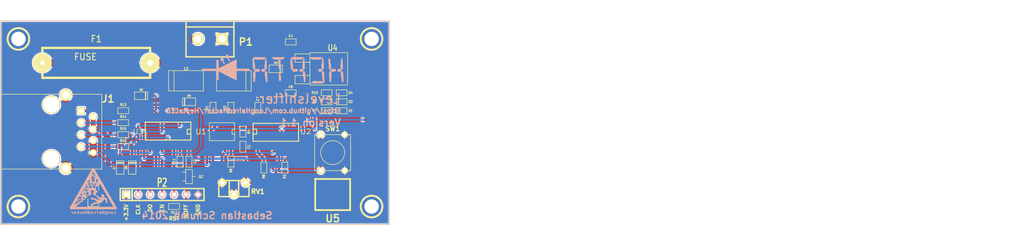
<source format=kicad_pcb>
(kicad_pcb (version 3) (host pcbnew "(2013-may-18)-stable")
  (layers (15 F.Cu signal) (0 B.Cu signal) (18 B.Paste user) (19 F.Paste user) (20 B.SilkS user) (21 F.SilkS user) (22 B.Mask user) (23 F.Mask user) (28 Edge.Cuts user))
  (net 0 "")
  (net 1 +24V)
  (net 2 +3.3V)
  (net 3 +5V)
  (net 4 3.3_Clock)
  (net 5 3.3_Data_Out)
  (net 6 3.3_Enable)
  (net 7 3.3_Reset)
  (net 8 BusOff)
  (net 9 Clock)
  (net 10 Data_Out)
  (net 11 Enable)
  (net 12 GND)
  (net 13 N-0000010)
  (net 14 N-0000015)
  (net 15 N-0000016)
  (net 16 N-0000017)
  (net 17 N-0000018)
  (net 18 N-0000019)
  (net 19 N-000002)
  (net 20 N-0000022)
  (net 21 N-0000028)
  (net 22 N-0000029)
  (net 23 N-0000030)
  (net 24 N-0000031)
  (net 25 N-0000032)
  (net 26 N-0000033)
  (net 27 N-000004)
  (net 28 N-000007)
  (net 29 PowerOn)
  (net 30 Reset)
  (net 31 Sense)
  (net 32 Shutdown)
  (module trimmer_piher_pt6xh (layer F.Cu) (at 65.405 50.165)
    (fp_text reference RV1 (at 5.08 0.635) (layer F.SilkS) (effects (font (thickness 0.25))))
    (fp_text value POT hide)
    (pad 1 thru_hole circle (at 2.49936 -1.24968) (size 1.75006 1.75006) (drill 0.89916) (layers *.Cu *.Mask F.SilkS) (net 3 +5V))
    (pad 2 thru_hole circle (at 0 1.24968) (size 1.75006 1.75006) (drill 0.89916) (layers *.Cu *.Mask F.SilkS) (net 20 N-0000022))
    (pad 3 thru_hole circle (at -2.49936 -1.24968) (size 1.75006 1.75006) (drill 0.89916) (layers *.Cu *.Mask F.SilkS) (net 12 GND))
  )
  (module SW_PUSH_SMALL (layer F.Cu) (at 86.36 42.545 90)
    (fp_text reference SW1 (at 5.08 0 180) (layer F.SilkS) (effects (font (size 1.016 1.016) (thickness 0.2032))))
    (fp_text value SW_PUSH hide)
    (pad 1 thru_hole circle (at 3.81 -2.54 90) (size 1.397 1.397) (drill 0.8128) (layers *.Cu *.Mask F.SilkS) (net 13 N-0000010))
    (pad 2 thru_hole circle (at 3.81 2.54 90) (size 1.397 1.397) (drill 0.8128) (layers *.Cu *.Mask F.SilkS) (net 12 GND))
    (pad 1 thru_hole circle (at -3.81 -2.54 90) (size 1.397 1.397) (drill 0.8128) (layers *.Cu *.Mask F.SilkS) (net 13 N-0000010))
    (pad 2 thru_hole circle (at -3.81 2.54 90) (size 1.397 1.397) (drill 0.8128) (layers *.Cu *.Mask F.SilkS) (net 12 GND))
  )
  (module sot23 (layer F.Cu) (at 55.88 47.625 270)
    (fp_text reference Q2 (at 0 -2.54 360) (layer F.SilkS) (effects (font (size 0.50038 0.50038) (thickness 0.09906))))
    (fp_text value NDS355 hide)
    (pad 1 smd rect (at -0.9525 1.05664 270) (size 0.59944 1.00076) (layers F.Cu F.Paste F.Mask) (net 18 N-0000019))
    (pad 2 smd rect (at 0 -1.05664 270) (size 0.59944 1.00076) (layers F.Cu F.Paste F.Mask) (net 27 N-000004))
    (pad 3 smd rect (at 0.9525 1.05664 270) (size 0.59944 1.00076) (layers F.Cu F.Paste F.Mask) (net 12 GND))
  )
  (module sod123 (layer F.Cu) (at 74.295 24.765)
    (fp_text reference D3 (at 0 -1.27) (layer F.SilkS) (effects (font (size 0.39878 0.39878) (thickness 0.09906))))
    (fp_text value BAT42W hide)
    (pad 2 smd rect (at 1.67386 0) (size 0.8509 0.8509) (layers F.Cu F.Paste F.Mask) (net 1 +24V))
    (pad 1 smd rect (at -1.67386 0) (size 0.8509 0.8509) (layers F.Cu F.Paste F.Mask) (net 3 +5V))
  )
  (module SO8E (layer F.Cu) (at 62.865 38.1 180)
    (fp_text reference U1 (at 4.445 0 180) (layer F.SilkS) (effects (font (size 1.143 1.143) (thickness 0.1524))))
    (fp_text value LM358 hide)
    (pad 8 smd rect (at -1.905 -2.667 180) (size 0.59944 1.39954) (layers F.Cu F.Paste F.Mask) (net 3 +5V))
    (pad 1 smd rect (at -1.905 2.667 180) (size 0.59944 1.39954) (layers F.Cu F.Paste F.Mask) (net 21 N-0000028))
    (pad 7 smd rect (at -0.635 -2.667 180) (size 0.59944 1.39954) (layers F.Cu F.Paste F.Mask) (net 32 Shutdown))
    (pad 6 smd rect (at 0.635 -2.667 180) (size 0.59944 1.39954) (layers F.Cu F.Paste F.Mask) (net 19 N-000002))
    (pad 5 smd rect (at 1.905 -2.667 180) (size 0.59944 1.39954) (layers F.Cu F.Paste F.Mask) (net 20 N-0000022))
    (pad 2 smd rect (at -0.635 2.667 180) (size 0.59944 1.39954) (layers F.Cu F.Paste F.Mask) (net 26 N-0000033))
    (pad 3 smd rect (at 0.635 2.667 180) (size 0.59944 1.39954) (layers F.Cu F.Paste F.Mask) (net 31 Sense))
    (pad 4 smd rect (at 1.905 2.667 180) (size 0.59944 1.39954) (layers F.Cu F.Paste F.Mask) (net 12 GND))
  )
  (module SM1206 (layer F.Cu) (at 35.56 51.435 270)
    (fp_text reference R5 (at 0 1.905 270) (layer F.SilkS) (effects (font (size 0.762 0.762) (thickness 0.127))))
    (fp_text value 0.05 hide)
    (pad 1 smd rect (at -1.651 0 270) (size 1.524 2.032) (layers F.Cu F.Paste F.Mask) (net 31 Sense))
    (pad 2 smd rect (at 1.651 0 270) (size 1.524 2.032) (layers F.Cu F.Paste F.Mask) (net 12 GND))
  )
  (module SM0603 (layer F.Cu) (at 88.265 33.655)
    (fp_text reference D1 (at 1.905 0) (layer F.SilkS) (effects (font (size 0.508 0.4572) (thickness 0.1143))))
    (fp_text value LED hide)
    (pad 1 smd rect (at -0.762 0) (size 0.635 1.143) (layers F.Cu F.Paste F.Mask) (net 28 N-000007))
    (pad 2 smd rect (at 0.762 0) (size 0.635 1.143) (layers F.Cu F.Paste F.Mask) (net 12 GND))
  )
  (module SM0603 (layer F.Cu) (at 71.755 45.72 270)
    (fp_text reference R8 (at 1.905 0 270) (layer F.SilkS) (effects (font (size 0.508 0.4572) (thickness 0.1143))))
    (fp_text value 1k hide)
    (pad 1 smd rect (at -0.762 0 270) (size 0.635 1.143) (layers F.Cu F.Paste F.Mask) (net 13 N-0000010))
    (pad 2 smd rect (at 0.762 0 270) (size 0.635 1.143) (layers F.Cu F.Paste F.Mask) (net 3 +5V))
  )
  (module SM0603 (layer F.Cu) (at 64.77 44.45 270)
    (fp_text reference R6 (at 1.905 0 270) (layer F.SilkS) (effects (font (size 0.508 0.4572) (thickness 0.1143))))
    (fp_text value 1k hide)
    (pad 1 smd rect (at -0.762 0 270) (size 0.635 1.143) (layers F.Cu F.Paste F.Mask) (net 3 +5V))
    (pad 2 smd rect (at 0.762 0 270) (size 0.635 1.143) (layers F.Cu F.Paste F.Mask) (net 32 Shutdown))
  )
  (module SM0603 (layer F.Cu) (at 76.2 45.72 270)
    (fp_text reference R3 (at 1.905 0 270) (layer F.SilkS) (effects (font (size 0.508 0.4572) (thickness 0.1143))))
    (fp_text value 1k hide)
    (pad 1 smd rect (at -0.762 0 270) (size 0.635 1.143) (layers F.Cu F.Paste F.Mask) (net 3 +5V))
    (pad 2 smd rect (at 0.762 0 270) (size 0.635 1.143) (layers F.Cu F.Paste F.Mask) (net 29 PowerOn))
  )
  (module SM0603 (layer F.Cu) (at 85.09 33.655)
    (fp_text reference R7 (at -2.54 0) (layer F.SilkS) (effects (font (size 0.508 0.4572) (thickness 0.1143))))
    (fp_text value 1k hide)
    (pad 1 smd rect (at -0.762 0) (size 0.635 1.143) (layers F.Cu F.Paste F.Mask) (net 8 BusOff))
    (pad 2 smd rect (at 0.762 0) (size 0.635 1.143) (layers F.Cu F.Paste F.Mask) (net 28 N-000007))
  )
  (module SM0603 (layer F.Cu) (at 64.77 33.02 270)
    (fp_text reference R2 (at 0 1.27 270) (layer F.SilkS) (effects (font (size 0.508 0.4572) (thickness 0.1143))))
    (fp_text value 90k hide)
    (pad 1 smd rect (at -0.762 0 270) (size 0.635 1.143) (layers F.Cu F.Paste F.Mask) (net 26 N-0000033))
    (pad 2 smd rect (at 0.762 0 270) (size 0.635 1.143) (layers F.Cu F.Paste F.Mask) (net 21 N-0000028))
  )
  (module SM0603 (layer F.Cu) (at 55.88 44.45 270)
    (fp_text reference C2 (at 0 -1.27 270) (layer F.SilkS) (effects (font (size 0.508 0.4572) (thickness 0.1143))))
    (fp_text value 100nF hide)
    (pad 1 smd rect (at -0.762 0 270) (size 0.635 1.143) (layers F.Cu F.Paste F.Mask) (net 3 +5V))
    (pad 2 smd rect (at 0.762 0 270) (size 0.635 1.143) (layers F.Cu F.Paste F.Mask) (net 12 GND))
  )
  (module SM0603 (layer F.Cu) (at 67.31 38.1 270)
    (fp_text reference R4 (at 0 -1.27 270) (layer F.SilkS) (effects (font (size 0.508 0.4572) (thickness 0.1143))))
    (fp_text value 100k hide)
    (pad 1 smd rect (at -0.762 0 270) (size 0.635 1.143) (layers F.Cu F.Paste F.Mask) (net 21 N-0000028))
    (pad 2 smd rect (at 0.762 0 270) (size 0.635 1.143) (layers F.Cu F.Paste F.Mask) (net 19 N-000002))
  )
  (module SM0603 (layer F.Cu) (at 67.31 41.275 270)
    (fp_text reference C1 (at 0 -1.27 270) (layer F.SilkS) (effects (font (size 0.508 0.4572) (thickness 0.1143))))
    (fp_text value 100nF hide)
    (pad 1 smd rect (at -0.762 0 270) (size 0.635 1.143) (layers F.Cu F.Paste F.Mask) (net 19 N-000002))
    (pad 2 smd rect (at 0.762 0 270) (size 0.635 1.143) (layers F.Cu F.Paste F.Mask) (net 12 GND))
  )
  (module SM0603 (layer F.Cu) (at 70.485 33.02 90)
    (fp_text reference C7 (at 1.905 0 90) (layer F.SilkS) (effects (font (size 0.508 0.4572) (thickness 0.1143))))
    (fp_text value 100nF hide)
    (pad 1 smd rect (at -0.762 0 90) (size 0.635 1.143) (layers F.Cu F.Paste F.Mask) (net 3 +5V))
    (pad 2 smd rect (at 0.762 0 90) (size 0.635 1.143) (layers F.Cu F.Paste F.Mask) (net 12 GND))
  )
  (module SM0603 (layer F.Cu) (at 52.705 53.975)
    (fp_text reference R12 (at 0 1.27) (layer F.SilkS) (effects (font (size 0.508 0.4572) (thickness 0.1143))))
    (fp_text value 1k hide)
    (pad 1 smd rect (at -0.762 0) (size 0.635 1.143) (layers F.Cu F.Paste F.Mask) (net 2 +3.3V))
    (pad 2 smd rect (at 0.762 0) (size 0.635 1.143) (layers F.Cu F.Paste F.Mask) (net 27 N-000004))
  )
  (module SM0603 (layer F.Cu) (at 53.975 44.45 270)
    (fp_text reference R11 (at 0 1.27 270) (layer F.SilkS) (effects (font (size 0.508 0.4572) (thickness 0.1143))))
    (fp_text value 1k hide)
    (pad 1 smd rect (at -0.762 0 270) (size 0.635 1.143) (layers F.Cu F.Paste F.Mask) (net 8 BusOff))
    (pad 2 smd rect (at 0.762 0 270) (size 0.635 1.143) (layers F.Cu F.Paste F.Mask) (net 18 N-0000019))
  )
  (module SM0603 (layer F.Cu) (at 77.47 19.05 180)
    (fp_text reference C4 (at 0 1.27 180) (layer F.SilkS) (effects (font (size 0.508 0.4572) (thickness 0.1143))))
    (fp_text value 100nF hide)
    (pad 1 smd rect (at -0.762 0 180) (size 0.635 1.143) (layers F.Cu F.Paste F.Mask) (net 1 +24V))
    (pad 2 smd rect (at 0.762 0 180) (size 0.635 1.143) (layers F.Cu F.Paste F.Mask) (net 12 GND))
  )
  (module SM0603 (layer F.Cu) (at 60.96 33.02 270)
    (fp_text reference R1 (at 0 1.27 270) (layer F.SilkS) (effects (font (size 0.508 0.4572) (thickness 0.1143))))
    (fp_text value 10k hide)
    (pad 1 smd rect (at -0.762 0 270) (size 0.635 1.143) (layers F.Cu F.Paste F.Mask) (net 26 N-0000033))
    (pad 2 smd rect (at 0.762 0 270) (size 0.635 1.143) (layers F.Cu F.Paste F.Mask) (net 12 GND))
  )
  (module SM0603 (layer F.Cu) (at 88.265 31.75)
    (fp_text reference D2 (at 1.905 0) (layer F.SilkS) (effects (font (size 0.508 0.4572) (thickness 0.1143))))
    (fp_text value LED hide)
    (pad 1 smd rect (at -0.762 0) (size 0.635 1.143) (layers F.Cu F.Paste F.Mask) (net 25 N-0000032))
    (pad 2 smd rect (at 0.762 0) (size 0.635 1.143) (layers F.Cu F.Paste F.Mask) (net 12 GND))
  )
  (module SM0603 (layer F.Cu) (at 85.09 31.75)
    (fp_text reference R9 (at -2.54 0) (layer F.SilkS) (effects (font (size 0.508 0.4572) (thickness 0.1143))))
    (fp_text value 1k hide)
    (pad 1 smd rect (at -0.762 0) (size 0.635 1.143) (layers F.Cu F.Paste F.Mask) (net 1 +24V))
    (pad 2 smd rect (at 0.762 0) (size 0.635 1.143) (layers F.Cu F.Paste F.Mask) (net 25 N-0000032))
  )
  (module SM0603 (layer F.Cu) (at 88.265 29.845)
    (fp_text reference D4 (at 1.905 0) (layer F.SilkS) (effects (font (size 0.508 0.4572) (thickness 0.1143))))
    (fp_text value LED hide)
    (pad 1 smd rect (at -0.762 0) (size 0.635 1.143) (layers F.Cu F.Paste F.Mask) (net 23 N-0000030))
    (pad 2 smd rect (at 0.762 0) (size 0.635 1.143) (layers F.Cu F.Paste F.Mask) (net 12 GND))
  )
  (module SM0603 (layer F.Cu) (at 85.09 29.845)
    (fp_text reference R10 (at -2.54 0) (layer F.SilkS) (effects (font (size 0.508 0.4572) (thickness 0.1143))))
    (fp_text value 1k hide)
    (pad 1 smd rect (at -0.762 0) (size 0.635 1.143) (layers F.Cu F.Paste F.Mask) (net 3 +5V))
    (pad 2 smd rect (at 0.762 0) (size 0.635 1.143) (layers F.Cu F.Paste F.Mask) (net 23 N-0000030))
  )
  (module SM0603 (layer F.Cu) (at 77.47 29.845 180)
    (fp_text reference C6 (at 0 1.27 180) (layer F.SilkS) (effects (font (size 0.508 0.4572) (thickness 0.1143))))
    (fp_text value 100nF hide)
    (pad 1 smd rect (at -0.762 0 180) (size 0.635 1.143) (layers F.Cu F.Paste F.Mask) (net 3 +5V))
    (pad 2 smd rect (at 0.762 0 180) (size 0.635 1.143) (layers F.Cu F.Paste F.Mask) (net 12 GND))
  )
  (module RJ45_MEBP_8-8G (layer F.Cu) (at 26.67 38.1 270)
    (fp_text reference J1 (at -6.985 -12.065 360) (layer F.SilkS) (effects (font (size 1.524 1.524) (thickness 0.3048))))
    (fp_text value RJ45 hide)
    (pad "" thru_hole circle (at 5.715 0 270) (size 3.64998 3.64998) (drill 3.2512) (layers *.Cu *.Mask F.SilkS))
    (pad "" thru_hole circle (at -5.715 0 270) (size 3.64998 3.64998) (drill 3.2512) (layers *.Cu *.Mask F.SilkS))
    (pad 1 thru_hole rect (at -4.445 -6.35 270) (size 1.50114 1.50114) (drill 0.89916) (layers *.Cu *.Mask F.SilkS) (net 9 Clock))
    (pad 2 thru_hole circle (at -3.175 -8.89 270) (size 1.50114 1.50114) (drill 0.89916) (layers *.Cu *.Mask F.SilkS) (net 24 N-0000031))
    (pad 3 thru_hole circle (at -1.905 -6.35 270) (size 1.50114 1.50114) (drill 0.89916) (layers *.Cu *.Mask F.SilkS) (net 11 Enable))
    (pad 4 thru_hole circle (at -0.635 -8.89 270) (size 1.50114 1.50114) (drill 0.89916) (layers *.Cu *.Mask F.SilkS) (net 24 N-0000031))
    (pad 5 thru_hole circle (at 0.635 -6.35 270) (size 1.50114 1.50114) (drill 0.89916) (layers *.Cu *.Mask F.SilkS) (net 10 Data_Out))
    (pad 6 thru_hole circle (at 1.905 -8.89 270) (size 1.50114 1.50114) (drill 0.89916) (layers *.Cu *.Mask F.SilkS) (net 31 Sense))
    (pad 7 thru_hole circle (at 3.175 -6.35 270) (size 1.50114 1.50114) (drill 0.89916) (layers *.Cu *.Mask F.SilkS) (net 30 Reset))
    (pad 8 thru_hole circle (at 4.445 -8.89 270) (size 1.50114 1.50114) (drill 0.89916) (layers *.Cu *.Mask F.SilkS) (net 31 Sense))
    (pad 9 thru_hole circle (at -7.745 -3.05 270) (size 2.5 2.5) (drill 1.6) (layers *.Cu *.Mask F.SilkS) (net 31 Sense))
    (pad 10 thru_hole circle (at 7.747 -3.05 270) (size 2.5 2.5) (drill 1.6) (layers *.Cu *.Mask F.SilkS))
  )
  (module DPAK2 (layer F.Cu) (at 80.01 24.765 270)
    (fp_text reference U4 (at -4.445 -6.35 360) (layer F.SilkS) (effects (font (size 1.27 1.016) (thickness 0.2032))))
    (fp_text value TS2937 hide)
    (pad 1 smd rect (at -2.286 0 270) (size 1.651 3.048) (layers F.Cu F.Paste F.Mask) (net 1 +24V))
    (pad 2 smd rect (at 0 -6.35 270) (size 6.096 6.096) (layers F.Cu F.Paste F.Mask) (net 12 GND))
    (pad 3 smd rect (at 2.286 0 270) (size 1.651 3.048) (layers F.Cu F.Paste F.Mask) (net 3 +5V))
  )
  (module c_tant_D (layer F.Cu) (at 65.405 27.305)
    (fp_text reference C5 (at 0 -2.54) (layer F.SilkS) (effects (font (size 0.50038 0.50038) (thickness 0.11938))))
    (fp_text value 10uF hide)
    (pad 1 smd rect (at 2.99974 0) (size 2.55016 2.70002) (layers F.Cu F.Paste F.Mask) (net 3 +5V))
    (pad 2 smd rect (at -2.99974 0) (size 2.55016 3.79984) (layers F.Cu F.Paste F.Mask) (net 12 GND))
  )
  (module c_tant_D (layer F.Cu) (at 55.245 27.305 180)
    (fp_text reference C3 (at 0 2.54 180) (layer F.SilkS) (effects (font (size 0.50038 0.50038) (thickness 0.11938))))
    (fp_text value 10uF hide)
    (pad 1 smd rect (at 2.99974 0 180) (size 2.55016 2.70002) (layers F.Cu F.Paste F.Mask) (net 1 +24V))
    (pad 2 smd rect (at -2.99974 0 180) (size 2.55016 3.79984) (layers F.Cu F.Paste F.Mask) (net 12 GND))
  )
  (module bornier2 (layer F.Cu) (at 60.325 18.415 180)
    (fp_text reference P1 (at -7.62 -0.635 180) (layer F.SilkS) (effects (font (size 1.524 1.524) (thickness 0.3048))))
    (fp_text value CONN_2 hide)
    (pad 1 thru_hole rect (at -2.54 0 180) (size 2.54 2.54) (drill 1.524) (layers *.Cu *.Mask F.SilkS) (net 12 GND))
    (pad 2 thru_hole circle (at 2.54 0 180) (size 2.54 2.54) (drill 1.524) (layers *.Cu *.Mask F.SilkS) (net 22 N-0000029))
  )
  (module SO14E (layer F.Cu) (at 51.435 38.1 180)
    (fp_text reference U3 (at 6.35 0 180) (layer F.SilkS) (effects (font (size 1.016 1.143) (thickness 0.127))))
    (fp_text value 74HCT125 hide)
    (pad 1 smd rect (at -3.81 2.794 180) (size 0.508 1.143) (layers F.Cu F.Paste F.Mask) (net 8 BusOff))
    (pad 2 smd rect (at -2.54 2.794 180) (size 0.508 1.143) (layers F.Cu F.Paste F.Mask) (net 4 3.3_Clock))
    (pad 3 smd rect (at -1.27 2.794 180) (size 0.508 1.143) (layers F.Cu F.Paste F.Mask) (net 17 N-0000018))
    (pad 4 smd rect (at 0 2.794 180) (size 0.508 1.143) (layers F.Cu F.Paste F.Mask) (net 8 BusOff))
    (pad 5 smd rect (at 1.27 2.794 180) (size 0.508 1.143) (layers F.Cu F.Paste F.Mask) (net 6 3.3_Enable))
    (pad 6 smd rect (at 2.54 2.794 180) (size 0.508 1.143) (layers F.Cu F.Paste F.Mask) (net 16 N-0000017))
    (pad 7 smd rect (at 3.81 2.794 180) (size 0.508 1.143) (layers F.Cu F.Paste F.Mask) (net 12 GND))
    (pad 8 smd rect (at 3.81 -2.54 180) (size 0.508 1.143) (layers F.Cu F.Paste F.Mask) (net 15 N-0000016))
    (pad 9 smd rect (at 2.54 -2.54 180) (size 0.508 1.143) (layers F.Cu F.Paste F.Mask) (net 5 3.3_Data_Out))
    (pad 10 smd rect (at 1.27 -2.54 180) (size 0.508 1.143) (layers F.Cu F.Paste F.Mask) (net 8 BusOff))
    (pad 11 smd rect (at 0 -2.54 180) (size 0.508 1.143) (layers F.Cu F.Paste F.Mask) (net 14 N-0000015))
    (pad 12 smd rect (at -1.27 -2.54 180) (size 0.508 1.143) (layers F.Cu F.Paste F.Mask) (net 7 3.3_Reset))
    (pad 13 smd rect (at -2.54 -2.54 180) (size 0.508 1.143) (layers F.Cu F.Paste F.Mask) (net 8 BusOff))
    (pad 14 smd rect (at -3.81 -2.54 180) (size 0.508 1.143) (layers F.Cu F.Paste F.Mask) (net 3 +5V))
  )
  (module SIL-7 (layer F.Cu) (at 50.165 51.435)
    (fp_text reference P2 (at 0 -2.54) (layer F.SilkS) (effects (font (size 1.72974 1.08712) (thickness 0.3048))))
    (fp_text value CONN_7 hide)
    (pad 1 thru_hole rect (at -7.62 0) (size 1.397 1.397) (drill 0.8128) (layers *.Cu *.Mask F.SilkS) (net 2 +3.3V))
    (pad 2 thru_hole circle (at -5.08 0) (size 1.397 1.397) (drill 0.8128) (layers *.Cu *.SilkS *.Mask) (net 4 3.3_Clock))
    (pad 3 thru_hole circle (at -2.54 0) (size 1.397 1.397) (drill 0.8128) (layers *.Cu *.SilkS *.Mask) (net 5 3.3_Data_Out))
    (pad 4 thru_hole circle (at 0 0) (size 1.397 1.397) (drill 0.8128) (layers *.Cu *.SilkS *.Mask) (net 6 3.3_Enable))
    (pad 5 thru_hole circle (at 2.54 0) (size 1.397 1.397) (drill 0.8128) (layers *.Cu *.SilkS *.Mask) (net 7 3.3_Reset))
    (pad 6 thru_hole circle (at 5.08 0) (size 1.397 1.397) (drill 0.8128) (layers *.Cu *.SilkS *.Mask) (net 27 N-000004))
    (pad 7 thru_hole circle (at 7.62 0) (size 1.397 1.397) (drill 0.8128) (layers *.Cu *.SilkS *.Mask) (net 12 GND))
  )
  (module 1pin (layer F.Cu) (at 19.685 18.415)
    (fp_text reference 1PIN hide)
    (fp_text value P*** hide)
    (pad 1 thru_hole circle (at 0 0) (size 4.5 4.5) (drill 3.048) (layers *.Cu *.Mask))
  )
  (module 1pin (layer F.Cu) (at 94.615 18.415)
    (fp_text reference 1PIN hide)
    (fp_text value P*** hide)
    (pad 1 thru_hole circle (at 0 0) (size 4.5 4.5) (drill 3.048) (layers *.Cu *.Mask))
  )
  (module 1pin (layer F.Cu) (at 94.615 53.975)
    (fp_text reference 1PIN hide)
    (fp_text value P*** hide)
    (pad 1 thru_hole circle (at 0 0) (size 4.5 4.5) (drill 3.048) (layers *.Cu *.Mask))
  )
  (module 1pin (layer F.Cu) (at 19.685 53.975)
    (fp_text reference 1PIN hide)
    (fp_text value P*** hide)
    (pad 1 thru_hole circle (at 0 0) (size 4.5 4.5) (drill 3.048) (layers *.Cu *.Mask))
  )
  (module logo_silkbot_30_00mm (layer B.Cu) (at 73.66 24.765)
    (fp_text reference G*** hide)
    (fp_text value logo_silkbot_30_00mm hide)
  )
  (module sod123 (layer F.Cu) (at 55.88 31.75 180)
    (fp_text reference D5 (at 0 1.27 180) (layer F.SilkS) (effects (font (size 0.39878 0.39878) (thickness 0.09906))))
    (fp_text value ZENER_5.6V hide)
    (pad 2 smd rect (at 1.67386 0 180) (size 0.8509 0.8509) (layers F.Cu F.Paste F.Mask) (net 17 N-0000018))
    (pad 1 smd rect (at -1.67386 0 180) (size 0.8509 0.8509) (layers F.Cu F.Paste F.Mask) (net 12 GND))
  )
  (module sod123 (layer F.Cu) (at 45.72 30.48)
    (fp_text reference D6 (at 0 -1.27) (layer F.SilkS) (effects (font (size 0.39878 0.39878) (thickness 0.09906))))
    (fp_text value ZENER_5.6V hide)
    (pad 2 smd rect (at 1.67386 0) (size 0.8509 0.8509) (layers F.Cu F.Paste F.Mask) (net 16 N-0000017))
    (pad 1 smd rect (at -1.67386 0) (size 0.8509 0.8509) (layers F.Cu F.Paste F.Mask) (net 12 GND))
  )
  (module sod123 (layer F.Cu) (at 41.275 45.72 90)
    (fp_text reference D7 (at 0 -1.27 90) (layer F.SilkS) (effects (font (size 0.39878 0.39878) (thickness 0.09906))))
    (fp_text value ZENER_5.6V hide)
    (pad 2 smd rect (at 1.67386 0 90) (size 0.8509 0.8509) (layers F.Cu F.Paste F.Mask) (net 15 N-0000016))
    (pad 1 smd rect (at -1.67386 0 90) (size 0.8509 0.8509) (layers F.Cu F.Paste F.Mask) (net 12 GND))
  )
  (module sod123 (layer F.Cu) (at 43.815 45.72 90)
    (fp_text reference D8 (at 0 -1.27 90) (layer F.SilkS) (effects (font (size 0.39878 0.39878) (thickness 0.09906))))
    (fp_text value ZENER_5.6V hide)
    (pad 2 smd rect (at 1.67386 0 90) (size 0.8509 0.8509) (layers F.Cu F.Paste F.Mask) (net 14 N-0000015))
    (pad 1 smd rect (at -1.67386 0 90) (size 0.8509 0.8509) (layers F.Cu F.Paste F.Mask) (net 12 GND))
  )
  (module SM0603 (layer F.Cu) (at 41.91 33.655 180)
    (fp_text reference R13 (at 0 1.27 180) (layer F.SilkS) (effects (font (size 0.508 0.4572) (thickness 0.1143))))
    (fp_text value 1k hide)
    (pad 1 smd rect (at -0.762 0 180) (size 0.635 1.143) (layers F.Cu F.Paste F.Mask) (net 17 N-0000018))
    (pad 2 smd rect (at 0.762 0 180) (size 0.635 1.143) (layers F.Cu F.Paste F.Mask) (net 9 Clock))
  )
  (module SM0603 (layer F.Cu) (at 41.91 36.195 180)
    (fp_text reference R14 (at 0 1.27 180) (layer F.SilkS) (effects (font (size 0.508 0.4572) (thickness 0.1143))))
    (fp_text value 1k hide)
    (pad 1 smd rect (at -0.762 0 180) (size 0.635 1.143) (layers F.Cu F.Paste F.Mask) (net 16 N-0000017))
    (pad 2 smd rect (at 0.762 0 180) (size 0.635 1.143) (layers F.Cu F.Paste F.Mask) (net 11 Enable))
  )
  (module SM0603 (layer F.Cu) (at 41.91 38.735 180)
    (fp_text reference R15 (at 0 1.27 180) (layer F.SilkS) (effects (font (size 0.508 0.4572) (thickness 0.1143))))
    (fp_text value 1k hide)
    (pad 1 smd rect (at -0.762 0 180) (size 0.635 1.143) (layers F.Cu F.Paste F.Mask) (net 15 N-0000016))
    (pad 2 smd rect (at 0.762 0 180) (size 0.635 1.143) (layers F.Cu F.Paste F.Mask) (net 10 Data_Out))
  )
  (module SM0603 (layer F.Cu) (at 41.91 41.275 180)
    (fp_text reference R16 (at 0 1.27 180) (layer F.SilkS) (effects (font (size 0.508 0.4572) (thickness 0.1143))))
    (fp_text value 1k hide)
    (pad 1 smd rect (at -0.762 0 180) (size 0.635 1.143) (layers F.Cu F.Paste F.Mask) (net 14 N-0000015))
    (pad 2 smd rect (at 0.762 0 180) (size 0.635 1.143) (layers F.Cu F.Paste F.Mask) (net 30 Reset))
  )
  (module SO14E (layer F.Cu) (at 74.295 38.1)
    (fp_text reference U2 (at 6.35 0) (layer F.SilkS) (effects (font (size 1.016 1.143) (thickness 0.127))))
    (fp_text value 74HC74 hide)
    (pad 1 smd rect (at -3.81 2.794) (size 0.508 1.143) (layers F.Cu F.Paste F.Mask) (net 13 N-0000010))
    (pad 2 smd rect (at -2.54 2.794) (size 0.508 1.143) (layers F.Cu F.Paste F.Mask) (net 12 GND))
    (pad 3 smd rect (at -1.27 2.794) (size 0.508 1.143) (layers F.Cu F.Paste F.Mask) (net 12 GND))
    (pad 4 smd rect (at 0 2.794) (size 0.508 1.143) (layers F.Cu F.Paste F.Mask) (net 32 Shutdown))
    (pad 5 smd rect (at 1.27 2.794) (size 0.508 1.143) (layers F.Cu F.Paste F.Mask) (net 8 BusOff))
    (pad 6 smd rect (at 2.54 2.794) (size 0.508 1.143) (layers F.Cu F.Paste F.Mask) (net 29 PowerOn))
    (pad 7 smd rect (at 3.81 2.794) (size 0.508 1.143) (layers F.Cu F.Paste F.Mask) (net 12 GND))
    (pad 8 smd rect (at 3.81 -2.54) (size 0.508 1.143) (layers F.Cu F.Paste F.Mask))
    (pad 9 smd rect (at 2.54 -2.54) (size 0.508 1.143) (layers F.Cu F.Paste F.Mask))
    (pad 10 smd rect (at 1.27 -2.54) (size 0.508 1.143) (layers F.Cu F.Paste F.Mask))
    (pad 11 smd rect (at 0 -2.54) (size 0.508 1.143) (layers F.Cu F.Paste F.Mask))
    (pad 12 smd rect (at -1.27 -2.54) (size 0.508 1.143) (layers F.Cu F.Paste F.Mask))
    (pad 13 smd rect (at -2.54 -2.54) (size 0.508 1.143) (layers F.Cu F.Paste F.Mask))
    (pad 14 smd rect (at -3.81 -2.54) (size 0.508 1.143) (layers F.Cu F.Paste F.Mask) (net 3 +5V))
  )
  (module TO252-5L (layer F.Cu) (at 86.36 51.435 270)
    (fp_text reference U5 (at 5.08 0 360) (layer F.SilkS) (effects (font (size 1.524 1.524) (thickness 0.3048))))
    (fp_text value BTS462 hide)
    (pad 3 smd rect (at 0 0 270) (size 6.25094 6.79958) (layers F.Cu F.Paste F.Mask) (net 1 +24V) (clearance 0.14986))
    (pad 1 smd rect (at -2.54 6.59892 270) (size 0.81026 2.99974) (layers F.Cu F.Paste F.Mask) (net 12 GND))
    (pad 2 smd rect (at -1.27 6.59892 270) (size 0.81026 2.99974) (layers F.Cu F.Paste F.Mask) (net 29 PowerOn))
    (pad 4 smd rect (at 1.27 6.59892 270) (size 0.81026 2.99974) (layers F.Cu F.Paste F.Mask))
    (pad 5 smd rect (at 2.54 6.59892 270) (size 0.81026 2.99974) (layers F.Cu F.Paste F.Mask) (net 24 N-0000031))
  )
  (module fuse22.5 (layer F.Cu) (at 36.195 23.495)
    (fp_text reference F1 (at 0 -5.08) (layer F.SilkS) (effects (font (size 1.397 1.27) (thickness 0.2032))))
    (fp_text value FUSE (at -2.286 -1.27) (layer F.SilkS) (effects (font (size 1.397 1.27) (thickness 0.2032))))
    (pad 1 thru_hole circle (at -11.43 0) (size 4.0005 4.0005) (drill 1.00076) (layers *.Cu *.Mask F.SilkS) (net 22 N-0000029))
    (pad 2 thru_hole circle (at 11.43 0) (size 4.0005 4.0005) (drill 1.27) (layers *.Cu *.Mask F.SilkS) (net 1 +24V))
  )
  (module logo_hacker_silkbot_10_00mm (layer B.Cu) (at 35.56 50.8)
    (fp_text reference G*** hide)
    (fp_text value logo_hacker_silkbot_10_00mm hide)
  )
  (gr_text https://github.com/LongHairedHacker/HeptaLED (at 88.265 33.655) (layer B.SilkS) (effects (font (size 1 1) (thickness 0.25)) (justify left mirror)))
  (gr_text "Sebastian Schumb 2014" (at 59.69 55.88) (layer B.SilkS) (effects (font (size 1.5 1.5) (thickness 0.3)) (justify mirror)))
  (gr_text "Version 1.1" (at 88.265 36.195) (layer B.SilkS) (effects (font (size 1.5 1.5) (thickness 0.3)) (justify left mirror)))
  (gr_text Levelshifter (at 88.265 31.115) (layer B.SilkS) (effects (font (size 2 2) (thickness 0.3)) (justify left mirror)))
  (gr_line (start 15.875 57.785) (end 15.875 14.605) (angle 90) (layer B.SilkS) (width 0.2))
  (gr_line (start 98.425 57.785) (end 15.875 57.785) (angle 90) (layer B.SilkS) (width 0.2))
  (gr_line (start 98.425 14.605) (end 98.425 57.785) (angle 90) (layer B.SilkS) (width 0.2))
  (gr_line (start 15.875 14.605) (end 98.425 14.605) (angle 90) (layer B.SilkS) (width 0.2))
  (gr_line (start 15.875 14.605) (end 15.875 57.785) (angle 90) (layer F.SilkS) (width 0.2))
  (gr_line (start 98.425 14.605) (end 15.875 14.605) (angle 90) (layer F.SilkS) (width 0.2))
  (gr_line (start 98.425 57.785) (end 98.425 14.605) (angle 90) (layer F.SilkS) (width 0.2))
  (gr_line (start 15.875 57.785) (end 98.425 57.785) (angle 90) (layer F.SilkS) (width 0.2))
  (gr_text GND (at 57.785 53.34 90) (layer F.SilkS) (effects (font (size 0.8 0.8) (thickness 0.2)) (justify right)))
  (gr_text BOFF (at 55.245 53.34 90) (layer F.SilkS) (effects (font (size 0.8 0.8) (thickness 0.2)) (justify right)))
  (gr_text RST (at 52.705 56.515) (layer F.SilkS) (effects (font (size 0.8 0.8) (thickness 0.2))))
  (gr_text EN (at 50.165 53.34 90) (layer F.SilkS) (effects (font (size 0.8 0.9) (thickness 0.2)) (justify right)))
  (gr_text DO (at 47.625 53.34 90) (layer F.SilkS) (effects (font (size 0.8 0.8) (thickness 0.2)) (justify right)))
  (gr_text CLK (at 45.085 53.34 90) (layer F.SilkS) (effects (font (size 0.8 0.8) (thickness 0.2)) (justify right)))
  (gr_text +3.3V (at 42.545 53.34 90) (layer F.SilkS) (effects (font (size 0.8 0.8) (thickness 0.2)) (justify right)))
  (gr_line (start 15.875 57.785) (end 98.425 57.785) (angle 90) (layer Edge.Cuts) (width 0.1))
  (gr_line (start 15.875 14.605) (end 98.425 14.605) (angle 90) (layer Edge.Cuts) (width 0.1))
  (gr_line (start 98.425 14.605) (end 98.425 57.785) (angle 90) (layer Edge.Cuts) (width 0.1))
  (gr_line (start 98.425 57.785) (end 98.425 45.085) (angle 90) (layer Edge.Cuts) (width 0.1))
  (gr_line (start 15.875 14.605) (end 15.875 57.785) (angle 90) (layer Edge.Cuts) (width 0.1))
  (target plus (at 233.045 10.16) (size 0.005) (width 0.1) (layer Edge.Cuts))
  (target plus (at 233.045 10.16) (size 0.005) (width 0.1) (layer Edge.Cuts))
  (segment (start 52.24526 27.305) (end 52.24526 23.495) (width 1.5) (layer F.Cu) (net 1))
  (segment (start 69.85 23.495) (end 52.705 23.495) (width 1.5) (layer F.Cu) (net 1))
  (segment (start 52.705 23.495) (end 48.26 23.495) (width 1.5) (layer F.Cu) (net 1))
  (segment (start 71.755 21.59) (end 69.85 23.495) (width 1.5) (layer F.Cu) (net 1))
  (segment (start 75.96886 22.479) (end 74.93 21.59) (width 1.5) (layer F.Cu) (net 1))
  (segment (start 74.93 21.59) (end 71.755 21.59) (width 1.5) (layer F.Cu) (net 1))
  (segment (start 48.26 23.495) (end 47.625 23.495) (width 1.5) (layer F.Cu) (net 1))
  (segment (start 78.232 19.05) (end 80.01 19.05) (width 0.5) (layer F.Cu) (net 1))
  (via (at 81.28 35.56) (size 0.6) (drill 0.2) (layers F.Cu B.Cu) (net 1))
  (segment (start 92.71 35.56) (end 81.28 35.56) (width 0.5) (layer B.Cu) (net 1))
  (segment (start 92.71 35.56) (end 92.71 35.56) (width 0.5) (layer F.Cu) (net 1))
  (segment (start 94.615 35.56) (end 92.71 35.56) (width 0.5) (layer F.Cu) (net 1))
  (via (at 92.71 35.56) (size 0.6) (drill 0.2) (layers F.Cu B.Cu) (net 1))
  (segment (start 82.55 31.75) (end 84.328 31.75) (width 0.5) (layer F.Cu) (net 1))
  (segment (start 81.28 33.02) (end 82.55 31.75) (width 0.5) (layer F.Cu) (net 1))
  (segment (start 81.28 33.02) (end 81.28 33.02) (width 0.5) (layer F.Cu) (net 1))
  (segment (start 81.28 35.56) (end 81.28 33.02) (width 0.5) (layer F.Cu) (net 1))
  (segment (start 94.615 24.13) (end 89.535 19.05) (width 1.5) (layer F.Cu) (net 1))
  (segment (start 90.805 51.435) (end 94.615 47.625) (width 1.5) (layer F.Cu) (net 1))
  (segment (start 86.36 51.435) (end 90.805 51.435) (width 1.5) (layer F.Cu) (net 1))
  (segment (start 94.615 24.13) (end 94.615 35.56) (width 1.5) (layer F.Cu) (net 1))
  (segment (start 94.615 35.56) (end 94.615 47.625) (width 1.5) (layer F.Cu) (net 1))
  (segment (start 80.01 20.32) (end 80.01 19.685) (width 1.5) (layer F.Cu) (net 1))
  (segment (start 80.01 19.685) (end 80.01 19.05) (width 1.5) (layer F.Cu) (net 1))
  (segment (start 80.01 20.32) (end 80.01 22.479) (width 1.5) (layer F.Cu) (net 1))
  (segment (start 89.535 19.05) (end 80.01 19.05) (width 1.5) (layer F.Cu) (net 1))
  (segment (start 75.96886 24.765) (end 75.96886 22.479) (width 0.5) (layer F.Cu) (net 1))
  (segment (start 76.2 22.86) (end 76.2 22.479) (width 0.5) (layer F.Cu) (net 1))
  (segment (start 76.2 22.71014) (end 76.2 22.86) (width 0.5) (layer F.Cu) (net 1))
  (segment (start 75.96886 22.479) (end 76.2 22.71014) (width 0.5) (layer F.Cu) (net 1))
  (segment (start 76.2 22.479) (end 80.01 22.479) (width 1.5) (layer F.Cu) (net 1))
  (segment (start 42.545 51.435) (end 42.545 53.34) (width 0.5) (layer F.Cu) (net 2))
  (segment (start 43.18 53.975) (end 42.545 53.34) (width 0.5) (layer F.Cu) (net 2))
  (segment (start 43.18 53.975) (end 51.943 53.975) (width 0.5) (layer F.Cu) (net 2))
  (segment (start 70.485 35.56) (end 70.485 33.782) (width 0.5) (layer F.Cu) (net 3))
  (segment (start 70.485 33.782) (end 80.01 33.782) (width 0.5) (layer F.Cu) (net 3))
  (segment (start 80.01 33.782) (end 80.01 33.655) (width 0.5) (layer F.Cu) (net 3))
  (via (at 76.2 43.815) (size 0.6) (drill 0.2) (layers F.Cu B.Cu) (net 3))
  (segment (start 73.66 43.815) (end 76.2 43.815) (width 0.5) (layer B.Cu) (net 3))
  (segment (start 67.945 43.815) (end 57.785 43.815) (width 0.5) (layer B.Cu) (net 3))
  (segment (start 57.785 43.815) (end 57.658 43.688) (width 0.5) (layer F.Cu) (net 3))
  (segment (start 57.658 43.688) (end 55.88 43.688) (width 0.5) (layer F.Cu) (net 3))
  (via (at 57.785 43.815) (size 0.6) (drill 0.2) (layers F.Cu B.Cu) (net 3))
  (segment (start 71.755 46.482) (end 71.755 47.625) (width 0.5) (layer F.Cu) (net 3))
  (segment (start 67.92468 48.895) (end 70.485 48.895) (width 0.5) (layer F.Cu) (net 3))
  (segment (start 70.485 48.895) (end 71.755 47.625) (width 0.5) (layer F.Cu) (net 3))
  (segment (start 67.92468 48.895) (end 67.90436 48.91532) (width 0.5) (layer F.Cu) (net 3))
  (via (at 67.945 43.815) (size 0.6) (drill 0.2) (layers F.Cu B.Cu) (net 3))
  (segment (start 67.945 43.815) (end 73.66 43.815) (width 0.5) (layer B.Cu) (net 3))
  (segment (start 67.945 43.815) (end 67.818 43.688) (width 0.5) (layer F.Cu) (net 3))
  (segment (start 67.945 48.87468) (end 67.945 44.45) (width 0.5) (layer F.Cu) (net 3))
  (segment (start 67.945 44.45) (end 67.945 43.815) (width 0.5) (layer F.Cu) (net 3))
  (segment (start 67.90436 48.91532) (end 67.945 48.87468) (width 0.5) (layer F.Cu) (net 3))
  (segment (start 67.818 43.688) (end 64.77 43.688) (width 0.5) (layer F.Cu) (net 3))
  (segment (start 55.245 40.64) (end 55.245 41.275) (width 0.5) (layer F.Cu) (net 3))
  (segment (start 55.88 41.91) (end 55.88 43.688) (width 0.5) (layer F.Cu) (net 3))
  (segment (start 55.245 41.275) (end 55.88 41.91) (width 0.5) (layer F.Cu) (net 3))
  (segment (start 80.01 29.845) (end 84.328 29.845) (width 0.5) (layer F.Cu) (net 3))
  (segment (start 76.2 43.815) (end 78.105 43.815) (width 0.5) (layer F.Cu) (net 3))
  (segment (start 78.105 43.815) (end 80.01 41.91) (width 0.5) (layer F.Cu) (net 3))
  (segment (start 76.2 43.815) (end 76.2 44.958) (width 0.5) (layer F.Cu) (net 3))
  (segment (start 80.01 41.91) (end 80.01 41.91) (width 0.5) (layer F.Cu) (net 3))
  (segment (start 80.01 41.91) (end 80.01 33.655) (width 0.5) (layer F.Cu) (net 3))
  (segment (start 80.01 33.655) (end 80.01 29.845) (width 0.5) (layer F.Cu) (net 3))
  (segment (start 78.232 29.845) (end 80.01 29.845) (width 0.5) (layer F.Cu) (net 3))
  (segment (start 80.01 27.051) (end 80.01 29.845) (width 0.5) (layer F.Cu) (net 3))
  (segment (start 72.62114 24.765) (end 72.62114 27.305) (width 0.5) (layer F.Cu) (net 3))
  (segment (start 72.62114 27.305) (end 72.39 27.305) (width 0.5) (layer F.Cu) (net 3))
  (segment (start 80.01 27.051) (end 75.184 27.051) (width 1.5) (layer F.Cu) (net 3))
  (segment (start 74.93 27.305) (end 72.39 27.305) (width 1.5) (layer F.Cu) (net 3))
  (segment (start 72.39 27.305) (end 68.40474 27.305) (width 1.5) (layer F.Cu) (net 3))
  (segment (start 75.184 27.051) (end 74.93 27.305) (width 1.5) (layer F.Cu) (net 3))
  (segment (start 64.77 43.688) (end 64.77 42.545) (width 0.5) (layer F.Cu) (net 3))
  (segment (start 64.77 42.545) (end 64.77 40.767) (width 0.5) (layer F.Cu) (net 3))
  (via (at 53.975 36.83) (size 0.6) (drill 0.2) (layers F.Cu B.Cu) (net 4))
  (segment (start 45.085 36.83) (end 53.975 36.83) (width 0.5) (layer B.Cu) (net 4))
  (segment (start 45.085 51.435) (end 45.085 36.83) (width 0.5) (layer F.Cu) (net 4))
  (via (at 45.085 36.83) (size 0.6) (drill 0.2) (layers F.Cu B.Cu) (net 4))
  (segment (start 53.975 36.83) (end 53.975 35.306) (width 0.5) (layer F.Cu) (net 4))
  (segment (start 48.895 40.64) (end 48.895 48.26) (width 0.5) (layer F.Cu) (net 5))
  (segment (start 47.625 49.53) (end 47.625 51.435) (width 0.5) (layer F.Cu) (net 5))
  (segment (start 48.895 48.26) (end 47.625 49.53) (width 0.5) (layer F.Cu) (net 5))
  (via (at 50.165 38.1) (size 0.6) (drill 0.2) (layers F.Cu B.Cu) (net 6))
  (segment (start 46.355 38.1) (end 50.165 38.1) (width 0.5) (layer B.Cu) (net 6))
  (via (at 46.355 43.815) (size 0.6) (drill 0.2) (layers F.Cu B.Cu) (net 6))
  (segment (start 50.165 43.815) (end 46.355 43.815) (width 0.5) (layer B.Cu) (net 6))
  (segment (start 50.165 51.435) (end 50.165 43.815) (width 0.5) (layer F.Cu) (net 6))
  (via (at 50.165 43.815) (size 0.6) (drill 0.2) (layers F.Cu B.Cu) (net 6))
  (segment (start 46.355 43.815) (end 46.355 38.1) (width 0.5) (layer F.Cu) (net 6))
  (via (at 46.355 38.1) (size 0.6) (drill 0.2) (layers F.Cu B.Cu) (net 6))
  (segment (start 50.165 38.1) (end 50.165 35.306) (width 0.5) (layer F.Cu) (net 6))
  (segment (start 52.705 51.435) (end 52.705 40.64) (width 0.5) (layer F.Cu) (net 7))
  (segment (start 75.565 40.894) (end 75.565 37.465) (width 0.5) (layer F.Cu) (net 8))
  (via (at 75.565 37.465) (size 0.889) (layers F.Cu B.Cu) (net 8))
  (segment (start 69.85 37.465) (end 59.055 37.465) (width 0.5) (layer B.Cu) (net 8))
  (segment (start 53.975 42.545) (end 53.975 43.688) (width 0.5) (layer F.Cu) (net 8))
  (via (at 82.55 37.465) (size 0.6) (drill 0.2) (layers F.Cu B.Cu) (net 8))
  (segment (start 73.66 37.465) (end 75.565 37.465) (width 0.5) (layer B.Cu) (net 8))
  (segment (start 75.565 37.465) (end 81.28 37.465) (width 0.5) (layer B.Cu) (net 8))
  (segment (start 71.12 37.465) (end 73.66 37.465) (width 0.5) (layer B.Cu) (net 8))
  (segment (start 69.85 37.465) (end 71.12 37.465) (width 0.5) (layer B.Cu) (net 8))
  (segment (start 81.915 37.465) (end 82.55 37.465) (width 0.5) (layer B.Cu) (net 8))
  (segment (start 81.28 37.465) (end 81.915 37.465) (width 0.5) (layer B.Cu) (net 8))
  (segment (start 82.55 34.29) (end 82.55 37.465) (width 0.5) (layer F.Cu) (net 8))
  (segment (start 82.55 34.29) (end 83.185 33.655) (width 0.5) (layer F.Cu) (net 8))
  (segment (start 83.185 33.655) (end 84.328 33.655) (width 0.5) (layer F.Cu) (net 8))
  (via (at 50.165 42.545) (size 0.6) (drill 0.2) (layers F.Cu B.Cu) (net 8))
  (segment (start 53.975 42.545) (end 50.165 42.545) (width 0.5) (layer B.Cu) (net 8))
  (segment (start 50.165 42.545) (end 50.165 40.64) (width 0.5) (layer F.Cu) (net 8))
  (segment (start 57.15 42.545) (end 53.975 42.545) (width 0.5) (layer B.Cu) (net 8))
  (via (at 53.975 42.545) (size 0.6) (drill 0.2) (layers F.Cu B.Cu) (net 8))
  (segment (start 51.435 35.306) (end 51.435 33.655) (width 0.5) (layer F.Cu) (net 8))
  (segment (start 53.975 42.545) (end 53.975 40.64) (width 0.5) (layer F.Cu) (net 8))
  (segment (start 59.055 37.465) (end 58.42 37.465) (width 0.5) (layer B.Cu) (net 8))
  (segment (start 58.42 37.465) (end 58.42 34.29) (width 0.5) (layer B.Cu) (net 8))
  (segment (start 57.15 33.655) (end 55.245 33.655) (width 0.5) (layer B.Cu) (net 8))
  (segment (start 57.785 33.655) (end 58.42 34.29) (width 0.5) (layer B.Cu) (net 8))
  (segment (start 57.15 33.655) (end 57.785 33.655) (width 0.5) (layer B.Cu) (net 8))
  (segment (start 58.42 41.275) (end 58.42 37.465) (width 0.5) (layer B.Cu) (net 8))
  (segment (start 58.42 41.275) (end 57.15 42.545) (width 0.5) (layer B.Cu) (net 8))
  (via (at 51.435 33.655) (size 0.6) (drill 0.2) (layers F.Cu B.Cu) (net 8))
  (segment (start 51.435 33.655) (end 55.245 33.655) (width 0.5) (layer B.Cu) (net 8))
  (segment (start 55.245 33.655) (end 55.245 35.306) (width 0.5) (layer F.Cu) (net 8))
  (via (at 55.245 33.655) (size 0.6) (drill 0.2) (layers F.Cu B.Cu) (net 8))
  (segment (start 41.148 33.655) (end 36.83 33.655) (width 0.5) (layer F.Cu) (net 9))
  (segment (start 36.195 33.655) (end 36.83 33.655) (width 0.5) (layer F.Cu) (net 9))
  (segment (start 36.195 33.655) (end 33.02 33.655) (width 0.5) (layer F.Cu) (net 9))
  (via (at 40.005 38.735) (size 0.6) (drill 0.2) (layers F.Cu B.Cu) (net 10))
  (segment (start 33.02 38.735) (end 40.005 38.735) (width 0.5) (layer B.Cu) (net 10))
  (segment (start 41.275 38.735) (end 41.148 38.735) (width 0.5) (layer F.Cu) (net 10))
  (segment (start 40.005 38.735) (end 41.275 38.735) (width 0.5) (layer F.Cu) (net 10))
  (segment (start 41.148 36.195) (end 40.005 36.195) (width 0.5) (layer F.Cu) (net 11))
  (segment (start 40.005 36.195) (end 40.005 36.195) (width 0.5) (layer F.Cu) (net 11))
  (segment (start 40.005 36.195) (end 33.02 36.195) (width 0.5) (layer B.Cu) (net 11))
  (via (at 40.005 36.195) (size 0.6) (drill 0.2) (layers F.Cu B.Cu) (net 11))
  (segment (start 60.96 35.433) (end 60.96 33.782) (width 0.5) (layer F.Cu) (net 12))
  (segment (start 71.755 44.958) (end 72.898 44.958) (width 0.5) (layer F.Cu) (net 13))
  (segment (start 73.66 46.355) (end 83.82 46.355) (width 0.5) (layer B.Cu) (net 13))
  (via (at 73.66 46.355) (size 0.6) (drill 0.2) (layers F.Cu B.Cu) (net 13))
  (segment (start 73.66 45.72) (end 73.66 46.355) (width 0.5) (layer F.Cu) (net 13))
  (segment (start 72.898 44.958) (end 73.66 45.72) (width 0.5) (layer F.Cu) (net 13))
  (segment (start 70.485 40.894) (end 70.485 42.545) (width 0.5) (layer F.Cu) (net 13))
  (segment (start 71.755 43.815) (end 71.755 44.958) (width 0.5) (layer F.Cu) (net 13))
  (segment (start 70.485 42.545) (end 71.755 43.815) (width 0.5) (layer F.Cu) (net 13))
  (segment (start 83.82 38.735) (end 83.82 46.355) (width 0.5) (layer F.Cu) (net 13))
  (segment (start 43.815 40.64) (end 43.815 44.04614) (width 0.5) (layer F.Cu) (net 14))
  (segment (start 42.672 41.275) (end 43.18 41.275) (width 0.5) (layer F.Cu) (net 14))
  (via (at 43.815 40.64) (size 0.6) (drill 0.2) (layers F.Cu B.Cu) (net 14))
  (segment (start 43.18 41.275) (end 43.815 40.64) (width 0.5) (layer F.Cu) (net 14))
  (segment (start 51.435 39.37) (end 45.085 39.37) (width 0.5) (layer B.Cu) (net 14))
  (segment (start 51.435 39.37) (end 51.435 40.64) (width 0.5) (layer F.Cu) (net 14))
  (via (at 51.435 39.37) (size 0.6) (drill 0.2) (layers F.Cu B.Cu) (net 14))
  (segment (start 45.085 39.37) (end 44.45 40.005) (width 0.5) (layer B.Cu) (net 14))
  (segment (start 44.45 40.005) (end 43.815 40.64) (width 0.5) (layer B.Cu) (net 14))
  (segment (start 43.815 40.64) (end 43.815 40.64) (width 0.5) (layer B.Cu) (net 14))
  (via (at 41.275 42.545) (size 0.6) (drill 0.2) (layers F.Cu B.Cu) (net 15))
  (segment (start 41.275 42.545) (end 41.275 44.04614) (width 0.5) (layer F.Cu) (net 15))
  (segment (start 41.275 42.545) (end 47.625 42.545) (width 0.5) (layer B.Cu) (net 15))
  (segment (start 47.625 40.64) (end 47.625 42.545) (width 0.5) (layer F.Cu) (net 15))
  (via (at 47.625 42.545) (size 0.6) (drill 0.2) (layers F.Cu B.Cu) (net 15))
  (via (at 43.815 38.735) (size 0.6) (drill 0.2) (layers F.Cu B.Cu) (net 15))
  (segment (start 43.815 38.735) (end 41.275 41.275) (width 0.5) (layer B.Cu) (net 15))
  (segment (start 41.275 41.275) (end 41.275 42.545) (width 0.5) (layer B.Cu) (net 15))
  (segment (start 43.815 38.735) (end 42.672 38.735) (width 0.5) (layer F.Cu) (net 15))
  (segment (start 47.39386 30.48) (end 48.26 30.48) (width 0.5) (layer F.Cu) (net 16))
  (segment (start 48.895 30.48) (end 48.895 33.655) (width 0.5) (layer B.Cu) (net 16))
  (via (at 48.895 30.48) (size 0.6) (drill 0.2) (layers F.Cu B.Cu) (net 16))
  (via (at 48.895 33.655) (size 0.6) (drill 0.2) (layers F.Cu B.Cu) (net 16))
  (segment (start 48.26 30.48) (end 48.895 30.48) (width 0.5) (layer F.Cu) (net 16))
  (segment (start 42.672 36.195) (end 43.18 36.195) (width 0.5) (layer F.Cu) (net 16))
  (segment (start 48.895 33.655) (end 48.895 35.306) (width 0.5) (layer F.Cu) (net 16))
  (segment (start 45.72 33.655) (end 48.895 33.655) (width 0.5) (layer F.Cu) (net 16))
  (segment (start 43.18 36.195) (end 45.72 33.655) (width 0.5) (layer F.Cu) (net 16))
  (segment (start 42.672 33.655) (end 43.815 33.655) (width 0.5) (layer F.Cu) (net 17))
  (segment (start 45.085 32.385) (end 52.705 32.385) (width 0.5) (layer F.Cu) (net 17))
  (segment (start 43.815 33.655) (end 45.085 32.385) (width 0.5) (layer F.Cu) (net 17))
  (segment (start 52.705 31.75) (end 54.20614 31.75) (width 0.5) (layer F.Cu) (net 17))
  (segment (start 52.705 33.02) (end 52.705 35.306) (width 0.5) (layer F.Cu) (net 17))
  (segment (start 52.705 31.75) (end 52.705 32.385) (width 0.5) (layer F.Cu) (net 17))
  (segment (start 52.705 32.385) (end 52.705 33.02) (width 0.5) (layer F.Cu) (net 17))
  (segment (start 54.82336 46.6725) (end 54.2925 46.6725) (width 0.5) (layer F.Cu) (net 18))
  (segment (start 53.975 46.355) (end 53.975 45.212) (width 0.5) (layer F.Cu) (net 18))
  (segment (start 54.2925 46.6725) (end 53.975 46.355) (width 0.5) (layer F.Cu) (net 18))
  (segment (start 67.31 38.862) (end 62.738 38.862) (width 0.5) (layer F.Cu) (net 19))
  (segment (start 62.23 39.37) (end 62.23 40.767) (width 0.5) (layer F.Cu) (net 19))
  (segment (start 62.738 38.862) (end 62.23 39.37) (width 0.5) (layer F.Cu) (net 19))
  (segment (start 67.31 38.862) (end 67.31 40.513) (width 0.5) (layer F.Cu) (net 19))
  (segment (start 65.405 51.41468) (end 65.405 47.625) (width 0.5) (layer F.Cu) (net 20))
  (segment (start 60.96 44.45) (end 62.865 46.355) (width 0.5) (layer F.Cu) (net 20))
  (segment (start 62.865 46.355) (end 64.135 46.355) (width 0.5) (layer F.Cu) (net 20))
  (segment (start 64.135 46.355) (end 65.405 47.625) (width 0.5) (layer F.Cu) (net 20))
  (segment (start 60.96 44.45) (end 60.96 40.767) (width 0.5) (layer F.Cu) (net 20))
  (segment (start 64.77 33.782) (end 66.802 33.782) (width 0.5) (layer F.Cu) (net 21))
  (segment (start 67.31 34.29) (end 67.31 37.338) (width 0.5) (layer F.Cu) (net 21))
  (segment (start 66.802 33.782) (end 67.31 34.29) (width 0.5) (layer F.Cu) (net 21))
  (segment (start 64.77 35.433) (end 64.77 33.782) (width 0.5) (layer F.Cu) (net 21))
  (segment (start 34.29 18.415) (end 55.245 18.415) (width 1.5) (layer F.Cu) (net 22))
  (segment (start 29.21 23.495) (end 34.29 18.415) (width 1.5) (layer F.Cu) (net 22))
  (segment (start 24.765 23.495) (end 29.21 23.495) (width 1.5) (layer F.Cu) (net 22))
  (segment (start 55.245 18.415) (end 57.785 18.415) (width 1.5) (layer F.Cu) (net 22))
  (segment (start 55.245 18.415) (end 55.245 18.415) (width 1.5) (layer F.Cu) (net 22))
  (segment (start 85.852 29.845) (end 87.503 29.845) (width 0.5) (layer F.Cu) (net 23))
  (segment (start 35.56 37.465) (end 35.56 34.925) (width 1) (layer F.Cu) (net 24))
  (segment (start 35.56 37.465) (end 36.83 37.465) (width 1) (layer F.Cu) (net 24))
  (segment (start 40.005 55.88) (end 38.735 54.61) (width 1) (layer F.Cu) (net 24))
  (segment (start 61.595 53.975) (end 79.76108 53.975) (width 1) (layer F.Cu) (net 24))
  (segment (start 61.595 53.975) (end 59.69 55.88) (width 1) (layer F.Cu) (net 24))
  (segment (start 59.69 55.88) (end 40.005 55.88) (width 1) (layer F.Cu) (net 24))
  (segment (start 38.735 39.37) (end 38.735 54.61) (width 1) (layer F.Cu) (net 24))
  (segment (start 36.83 37.465) (end 38.735 39.37) (width 1) (layer F.Cu) (net 24))
  (segment (start 85.852 31.75) (end 87.503 31.75) (width 0.5) (layer F.Cu) (net 25))
  (segment (start 63.5 35.433) (end 63.5 33.655) (width 0.5) (layer F.Cu) (net 26))
  (segment (start 62.865 33.02) (end 62.865 32.258) (width 0.5) (layer F.Cu) (net 26))
  (segment (start 63.5 33.655) (end 62.865 33.02) (width 0.5) (layer F.Cu) (net 26))
  (segment (start 60.96 32.258) (end 62.865 32.258) (width 0.5) (layer F.Cu) (net 26))
  (segment (start 62.865 32.258) (end 64.77 32.258) (width 0.5) (layer F.Cu) (net 26))
  (segment (start 56.93664 47.625) (end 56.93664 49.10836) (width 0.5) (layer F.Cu) (net 27))
  (segment (start 55.245 50.8) (end 56.515 49.53) (width 0.5) (layer F.Cu) (net 27))
  (segment (start 55.245 50.8) (end 55.245 51.435) (width 0.5) (layer F.Cu) (net 27))
  (segment (start 56.93664 49.10836) (end 56.515 49.53) (width 0.5) (layer F.Cu) (net 27))
  (segment (start 55.245 51.435) (end 55.245 53.34) (width 0.5) (layer F.Cu) (net 27))
  (segment (start 55.245 53.975) (end 53.467 53.975) (width 0.5) (layer F.Cu) (net 27))
  (segment (start 55.245 53.34) (end 55.245 53.975) (width 0.5) (layer F.Cu) (net 27))
  (segment (start 85.852 33.655) (end 87.503 33.655) (width 0.5) (layer F.Cu) (net 28))
  (segment (start 74.93 43.815) (end 74.93 43.18) (width 0.5) (layer F.Cu) (net 29))
  (segment (start 74.93 46.355) (end 75.057 46.482) (width 0.5) (layer F.Cu) (net 29))
  (segment (start 76.2 46.482) (end 75.057 46.482) (width 0.5) (layer F.Cu) (net 29))
  (segment (start 76.835 41.91) (end 76.835 40.894) (width 0.5) (layer F.Cu) (net 29))
  (segment (start 76.835 41.91) (end 76.2 42.545) (width 0.5) (layer F.Cu) (net 29))
  (segment (start 74.93 43.815) (end 74.93 46.355) (width 0.5) (layer F.Cu) (net 29))
  (segment (start 75.565 42.545) (end 76.2 42.545) (width 0.5) (layer F.Cu) (net 29))
  (segment (start 74.93 43.18) (end 75.565 42.545) (width 0.5) (layer F.Cu) (net 29))
  (segment (start 76.2 46.482) (end 76.2 49.53) (width 0.5) (layer F.Cu) (net 29))
  (segment (start 76.835 50.165) (end 79.76108 50.165) (width 0.5) (layer F.Cu) (net 29))
  (segment (start 76.2 49.53) (end 76.835 50.165) (width 0.5) (layer F.Cu) (net 29))
  (segment (start 41.148 41.275) (end 40.005 41.275) (width 0.5) (layer F.Cu) (net 30))
  (via (at 40.005 41.275) (size 0.6) (drill 0.2) (layers F.Cu B.Cu) (net 30))
  (segment (start 40.005 41.275) (end 33.02 41.275) (width 0.5) (layer B.Cu) (net 30))
  (via (at 59.69 45.085) (size 0.6) (drill 0.2) (layers F.Cu B.Cu) (net 31))
  (segment (start 36.83 42.545) (end 39.37 45.085) (width 0.5) (layer B.Cu) (net 31))
  (segment (start 39.37 45.085) (end 59.69 45.085) (width 0.5) (layer B.Cu) (net 31))
  (segment (start 35.56 42.545) (end 36.83 42.545) (width 0.5) (layer B.Cu) (net 31))
  (segment (start 62.23 36.195) (end 62.23 35.433) (width 0.5) (layer F.Cu) (net 31))
  (segment (start 59.69 38.735) (end 62.23 36.195) (width 0.5) (layer F.Cu) (net 31))
  (segment (start 59.69 45.085) (end 59.69 38.735) (width 0.5) (layer F.Cu) (net 31))
  (segment (start 29.72 45.847) (end 35.56 45.847) (width 1.5) (layer F.Cu) (net 31))
  (segment (start 35.56 45.847) (end 35.56 45.72) (width 1.5) (layer F.Cu) (net 31))
  (segment (start 29.72 30.355) (end 29.72 45.847) (width 1.5) (layer F.Cu) (net 31))
  (segment (start 35.56 42.545) (end 35.56 45.72) (width 1.5) (layer F.Cu) (net 31))
  (segment (start 35.56 45.72) (end 35.56 49.784) (width 1.5) (layer F.Cu) (net 31))
  (segment (start 35.56 40.005) (end 35.56 42.545) (width 1.5) (layer F.Cu) (net 31))
  (via (at 73.66 42.545) (size 0.6) (drill 0.2) (layers F.Cu B.Cu) (net 32))
  (segment (start 74.295 41.91) (end 73.66 42.545) (width 0.5) (layer F.Cu) (net 32))
  (segment (start 74.295 40.894) (end 74.295 41.91) (width 0.5) (layer F.Cu) (net 32))
  (via (at 63.5 42.545) (size 0.6) (drill 0.2) (layers F.Cu B.Cu) (net 32))
  (segment (start 73.66 42.545) (end 63.5 42.545) (width 0.5) (layer B.Cu) (net 32))
  (segment (start 64.77 45.212) (end 63.627 45.212) (width 0.5) (layer F.Cu) (net 32))
  (segment (start 63.627 45.212) (end 63.5 45.085) (width 0.5) (layer F.Cu) (net 32))
  (segment (start 63.5 42.545) (end 63.5 40.767) (width 0.5) (layer F.Cu) (net 32))
  (segment (start 62.865 44.45) (end 63.5 45.085) (width 0.5) (layer F.Cu) (net 32))
  (segment (start 62.865 43.18) (end 62.865 44.45) (width 0.5) (layer F.Cu) (net 32))
  (segment (start 63.5 42.545) (end 62.865 43.18) (width 0.5) (layer F.Cu) (net 32))
  (zone (net 12) (net_name GND) (layer B.Cu) (connect_pads (clearance 0.17018)) (min_thickness 0.17) (fill (arc_segments 32) (thermal_gap 0.17) (thermal_bridge_width 2))
    (polygon (pts (xy 15.875 14.605) (xy 15.875 57.785) (xy 98.425 57.785) (xy 98.425 14.605)))
  )
  (zone (net 12) (net_name GND) (layer F.Cu) (connect_pads (clearance 0.17)) (min_thickness 0.17) (fill (arc_segments 32) (thermal_gap 0.17) (thermal_bridge_width 2))
    (polygon (pts (xy 15.875 14.605) (xy 98.425 14.605) (xy 98.425 57.785) (xy 15.875 57.785)))
  )
)
</source>
